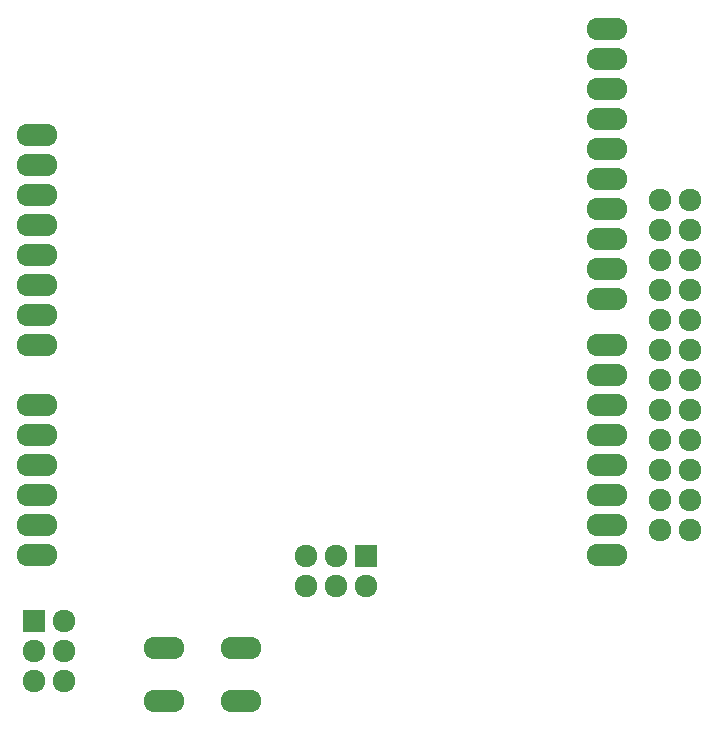
<source format=gbs>
G04 #@! TF.FileFunction,Soldermask,Bot*
%FSLAX46Y46*%
G04 Gerber Fmt 4.6, Leading zero omitted, Abs format (unit mm)*
G04 Created by KiCad (PCBNEW 4.0.1-stable) date 2017/07/07 18:52:27*
%MOMM*%
G01*
G04 APERTURE LIST*
%ADD10C,0.050000*%
%ADD11R,1.924000X1.924000*%
%ADD12C,1.924000*%
%ADD13O,3.448000X1.924000*%
G04 APERTURE END LIST*
D10*
D11*
X118230000Y-122210000D03*
D12*
X120770000Y-122210000D03*
X118230000Y-124750000D03*
X120770000Y-124750000D03*
X118230000Y-127290000D03*
X120770000Y-127290000D03*
D13*
X118500000Y-103900000D03*
X118500000Y-106440000D03*
X118500000Y-108980000D03*
X118500000Y-111520000D03*
X118500000Y-114060000D03*
X118500000Y-116600000D03*
X129248800Y-124489400D03*
X135751200Y-124489400D03*
X129248800Y-129010600D03*
X135751200Y-129010600D03*
D12*
X171230000Y-86530000D03*
X173770000Y-86530000D03*
X171230000Y-89070000D03*
X173770000Y-89070000D03*
X171230000Y-91610000D03*
X173770000Y-91610000D03*
X171230000Y-94150000D03*
X173770000Y-94150000D03*
X171230000Y-96690000D03*
X173770000Y-96690000D03*
X171230000Y-99230000D03*
X173770000Y-99230000D03*
X171230000Y-101770000D03*
X173770000Y-101770000D03*
X171230000Y-104310000D03*
X173770000Y-104310000D03*
X171230000Y-106850000D03*
X173770000Y-106850000D03*
X171230000Y-109390000D03*
X173770000Y-109390000D03*
X171230000Y-111930000D03*
X173770000Y-111930000D03*
X171230000Y-114470000D03*
X173770000Y-114470000D03*
D13*
X118500000Y-81110000D03*
X118500000Y-83650000D03*
X118500000Y-86190000D03*
X118500000Y-88730000D03*
X118500000Y-91270000D03*
X118500000Y-93810000D03*
X118500000Y-96350000D03*
X118500000Y-98890000D03*
D11*
X146290000Y-116730000D03*
D12*
X146290000Y-119270000D03*
X143750000Y-116730000D03*
X143750000Y-119270000D03*
X141210000Y-116730000D03*
X141210000Y-119270000D03*
D13*
X166750000Y-72070000D03*
X166750000Y-74610000D03*
X166750000Y-77150000D03*
X166750000Y-79690000D03*
X166750000Y-82230000D03*
X166750000Y-84770000D03*
X166750000Y-87310000D03*
X166750000Y-89850000D03*
X166750000Y-92390000D03*
X166750000Y-94930000D03*
X166750000Y-116640000D03*
X166750000Y-114100000D03*
X166750000Y-111560000D03*
X166750000Y-109020000D03*
X166750000Y-106480000D03*
X166750000Y-103940000D03*
X166750000Y-101400000D03*
X166750000Y-98860000D03*
M02*

</source>
